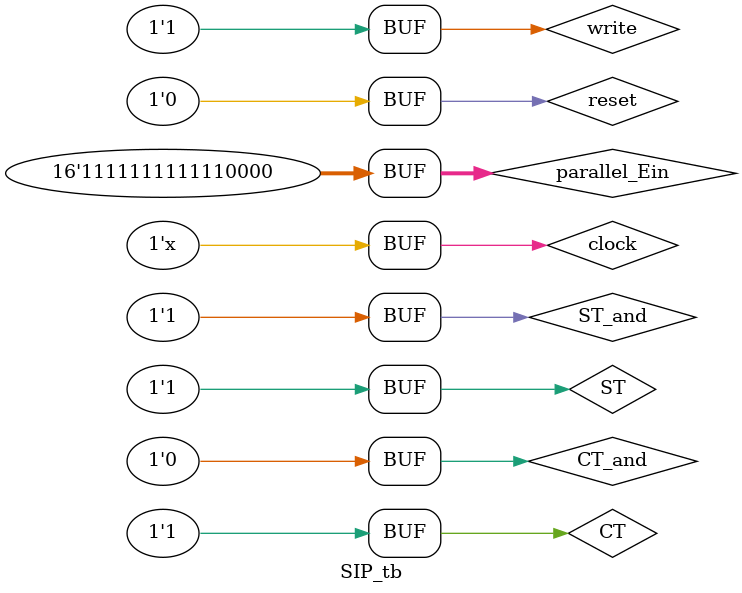
<source format=sv>
`timescale 1ns / 1ps


//module SIP_tb;


//reg clock;  

//reg reset;  

////reg [15:0]Er; //For selecting inhibitory or exhibitory presynaptic neuron

////input [15:0]Sin; //For incoming spikes from presynapses (Either internal or external)

////reg  [3:0] weight;

////output reg [15:0] EP, EN, IP, IN;

//reg [3:0] parallel_in_weight[0:15];

//reg [15:0] parallel_spike_in;

//reg [15:0] parallel_Ein;

//wire  flush_weight;

//wire  flush_Ein;

//wire  flush_spike;




    
//endmodule




module SIP_tb;

  reg clock;  
  reg reset;
  reg write;  
  reg [3:0] parallel_in_weight[0:15];
  reg [15:0] parallel_spike_in;
  reg [15:0] parallel_Ein;
  reg ST_and, CT_and, ST, CT;
  
  wire flush_weight;
  wire flush_Ein;
  wire flush_spike;
  
  wire spike;
//  reg load;
  
  wire [3:0] select;
//  wire toggle;
//  wire [3:0] weight_new2;

Synaptic_Input_Processor SIP_LIF (clock,reset,write,ST_and, CT_and, ST, CT, parallel_spike_in,parallel_Ein,flush_weight,flush_Ein,flush_spike,spike,select);
initial begin
write = 0;
#150;
write = 1;
end

  initial begin
    clock = 0;
    reset = 0;
    
    #50 reset = 1;
//    load=1;
    
    #100 reset = 0; // De-assert reset after 5 time units
//    load=0;
    #100;
    
    
    // Sending initial data to parallel_in_weight, parallel_spike_in, and parallel_Ein arrays
//    for (int i = 0; i < 16; i=i+1) begin
//      parallel_in_weight[i] = i; // Sending values 0 to 15 in parallel_in_weight array
//    end
    parallel_spike_in = 16'b1010101010101010; // Sending binary pattern 1010101010101010 to parallel_spike_in
    parallel_Ein = 16'b1111111111110000; // Sending all 1's to parallel_Ein
end
   
   
   always 
   begin    
//    if (flush_weight==1)
//    begin
    // Sending new data after flush signals are asserted
//    for (int i = 0; i < 16; i=i+1) begin
//      parallel_in_weight[i] = i*2; // Sending values 0 to 30 in parallel_in_weight array
//    end
    
//    end
    
    if(flush_spike==1)
    begin
    parallel_spike_in = 16'b1101010101011101; // Sending binary pattern 0101010101010101 to parallel_spike_in
    end
    
//    if(flush_Ein==1)
//    begin
//    parallel_Ein = 16'hAAAA; // Sending alternating pattern 1010101010101010 to parallel_Ein
//    end
//    #100;

    #100;
 //   $finish; // End simulation
  end

initial 
begin
ST_and <=0;
CT_and <=1;
#9500000;
ST_and<=1;
CT_and <= 0;

end
initial 
begin
ST <=1;
//#5000;
//ST <= 0;
//#6000;
//ST <= 1; 

end

initial 
begin
CT<=1;
//#5000;
//CT<=0;
//#1000;
//CT <= 1; 

end
  always #50 clock = ~clock; // 20mHz

  // Rest of the SIP_tb code

endmodule

</source>
